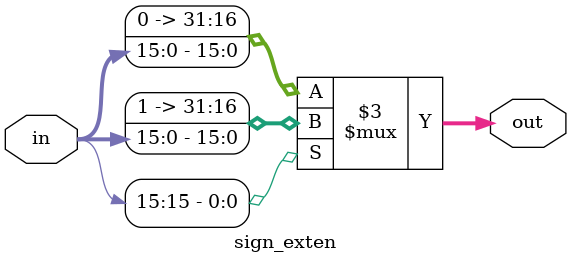
<source format=v>
module sign_exten(input wire [15:0] in , output reg [31:0] out);
always @(in)
if (in[15])
out <= {{16{1'b1}}, in}; 
else 
out <= {{16{1'b0}}, in}; 
endmodule

</source>
